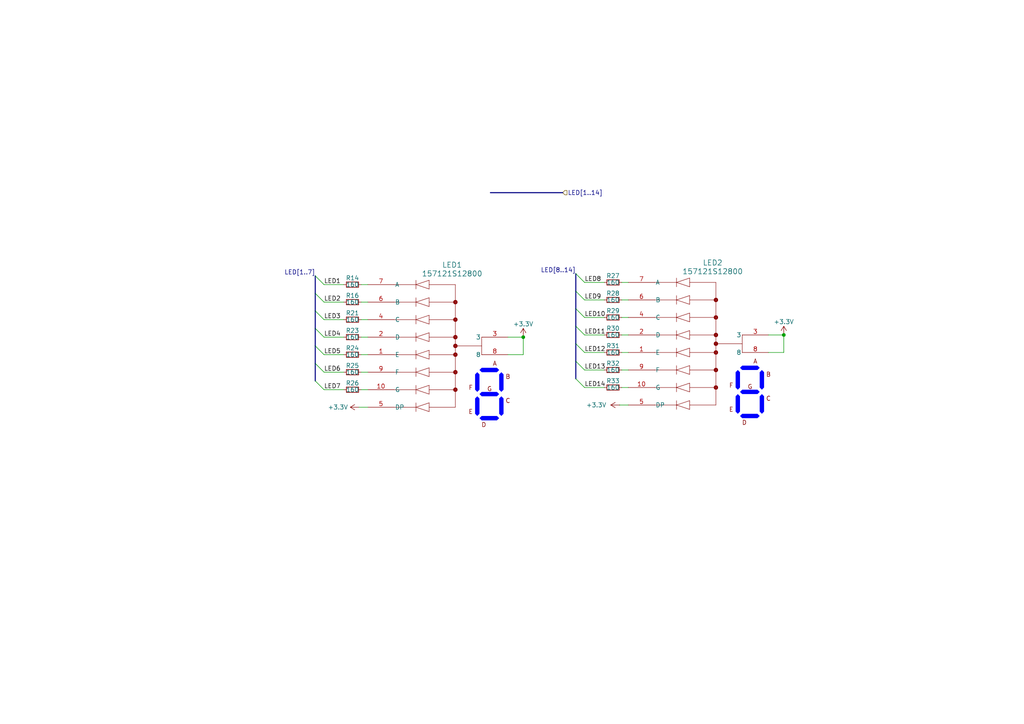
<source format=kicad_sch>
(kicad_sch (version 20231120) (generator "eeschema") (generator_version "8.0")
  (paper "A4")
  (lib_symbols
    (symbol "Device:R_Small" (pin_numbers hide) (pin_names (offset 0.254) hide)
      (property "Reference" "R" (at 0.762 0.508 0))
      (property "Value" "R_Small" (at 0.762 -1.016 0))
      (symbol "R_Small_0_1"
        (rectangle (start -0.762 1.778) (end 0.762 -1.778) (stroke (width 0.2032)))
      )
      (symbol "R_Small_1_1"
        (pin passive line (at 0 2.54 270) (length 0.762) (name "~") (number "1"))
        (pin passive line (at 0 -2.54 90) (length 0.762) (name "~") (number "2"))
      )
    )
    (symbol "power:+3.3V" (power) (pin_numbers hide) (pin_names (offset 0) hide)
      (property "Value" "+3.3V" (at 0 3.556 0))
      (symbol "+3.3V_0_1"
        (polyline (pts (xy -0.762 1.27) (xy 0 2.54)))
        (polyline (pts (xy 0 0) (xy 0 2.54)))
        (polyline (pts (xy 0 2.54) (xy 0.762 1.27)))
      )
      (symbol "+3.3V_1_1"
        (pin power_in line (at 0 0 90) (length 0) (name "~") (number "1"))
      )
    )
    (symbol "utsvt-misc:157112B12800" (pin_names (offset 0.254))
      (property "Reference" "LED" (at 20.32 7.62 0))
      (property "Value" "157112B12800" (at 20.32 5.08 0))
      (symbol "157112B12800_0_1"
        (polyline (pts (xy 13.97 -36.83) (xy 13.97 -34.29)) (stroke (width 0.127)))
        (polyline (pts (xy 13.97 -35.56) (xy 7.62 -35.56)) (stroke (width 0.127)))
        (polyline (pts (xy 13.97 -35.56) (xy 17.78 -36.83)) (stroke (width 0.127)))
        (polyline (pts (xy 13.97 -35.56) (xy 17.78 -34.29)) (stroke (width 0.127)))
        (polyline (pts (xy 13.97 -31.75) (xy 13.97 -29.21)) (stroke (width 0.127)))
        (polyline (pts (xy 13.97 -30.48) (xy 7.62 -30.48)) (stroke (width 0.127)))
        (polyline (pts (xy 13.97 -30.48) (xy 17.78 -31.75)) (stroke (width 0.127)))
        (polyline (pts (xy 13.97 -30.48) (xy 17.78 -29.21)) (stroke (width 0.127)))
        (polyline (pts (xy 13.97 -26.67) (xy 13.97 -24.13)) (stroke (width 0.127)))
        (polyline (pts (xy 13.97 -25.4) (xy 7.62 -25.4)) (stroke (width 0.127)))
        (polyline (pts (xy 13.97 -25.4) (xy 17.78 -26.67)) (stroke (width 0.127)))
        (polyline (pts (xy 13.97 -25.4) (xy 17.78 -24.13)) (stroke (width 0.127)))
        (polyline (pts (xy 13.97 -21.59) (xy 13.97 -19.05)) (stroke (width 0.127)))
        (polyline (pts (xy 13.97 -20.32) (xy 7.62 -20.32)) (stroke (width 0.127)))
        (polyline (pts (xy 13.97 -20.32) (xy 17.78 -21.59)) (stroke (width 0.127)))
        (polyline (pts (xy 13.97 -20.32) (xy 17.78 -19.05)) (stroke (width 0.127)))
        (polyline (pts (xy 13.97 -16.51) (xy 13.97 -13.97)) (stroke (width 0.127)))
        (polyline (pts (xy 13.97 -15.24) (xy 7.62 -15.24)) (stroke (width 0.127)))
        (polyline (pts (xy 13.97 -15.24) (xy 17.78 -16.51)) (stroke (width 0.127)))
        (polyline (pts (xy 13.97 -15.24) (xy 17.78 -13.97)) (stroke (width 0.127)))
        (polyline (pts (xy 13.97 -11.43) (xy 13.97 -8.89)) (stroke (width 0.127)))
        (polyline (pts (xy 13.97 -10.16) (xy 7.62 -10.16)) (stroke (width 0.127)))
        (polyline (pts (xy 13.97 -10.16) (xy 17.78 -11.43)) (stroke (width 0.127)))
        (polyline (pts (xy 13.97 -10.16) (xy 17.78 -8.89)) (stroke (width 0.127)))
        (polyline (pts (xy 13.97 -6.35) (xy 13.97 -3.81)) (stroke (width 0.127)))
        (polyline (pts (xy 13.97 -5.08) (xy 7.62 -5.08)) (stroke (width 0.127)))
        (polyline (pts (xy 13.97 -5.08) (xy 17.78 -6.35)) (stroke (width 0.127)))
        (polyline (pts (xy 13.97 -5.08) (xy 17.78 -3.81)) (stroke (width 0.127)))
        (polyline (pts (xy 13.97 -1.27) (xy 13.97 1.27)) (stroke (width 0.127)))
        (polyline (pts (xy 13.97 0) (xy 7.62 0)) (stroke (width 0.127)))
        (polyline (pts (xy 13.97 0) (xy 17.78 -1.27)) (stroke (width 0.127)))
        (polyline (pts (xy 13.97 0) (xy 17.78 1.27)) (stroke (width 0.127)))
        (polyline (pts (xy 17.78 -36.83) (xy 17.78 -34.29)) (stroke (width 0.127)))
        (polyline (pts (xy 17.78 -31.75) (xy 17.78 -29.21)) (stroke (width 0.127)))
        (polyline (pts (xy 17.78 -26.67) (xy 17.78 -24.13)) (stroke (width 0.127)))
        (polyline (pts (xy 17.78 -21.59) (xy 17.78 -19.05)) (stroke (width 0.127)))
        (polyline (pts (xy 17.78 -16.51) (xy 17.78 -13.97)) (stroke (width 0.127)))
        (polyline (pts (xy 17.78 -11.43) (xy 17.78 -8.89)) (stroke (width 0.127)))
        (polyline (pts (xy 17.78 -6.35) (xy 17.78 -3.81)) (stroke (width 0.127)))
        (polyline (pts (xy 17.78 -1.27) (xy 17.78 1.27)) (stroke (width 0.127)))
        (polyline (pts (xy 25.4 -35.56) (xy 17.78 -35.56)) (stroke (width 0.127)))
        (polyline (pts (xy 25.4 -35.56) (xy 25.4 0)) (stroke (width 0.127)))
        (polyline (pts (xy 25.4 -30.48) (xy 17.78 -30.48)) (stroke (width 0.127)))
        (polyline (pts (xy 25.4 -25.4) (xy 17.78 -25.4)) (stroke (width 0.127)))
        (polyline (pts (xy 25.4 -20.32) (xy 17.78 -20.32)) (stroke (width 0.127)))
        (polyline (pts (xy 25.4 -15.24) (xy 17.78 -15.24)) (stroke (width 0.127)))
        (polyline (pts (xy 25.4 -10.16) (xy 17.78 -10.16)) (stroke (width 0.127)))
        (polyline (pts (xy 25.4 -5.08) (xy 17.78 -5.08)) (stroke (width 0.127)))
        (polyline (pts (xy 25.4 0) (xy 17.78 0)) (stroke (width 0.127)))
        (polyline (pts (xy 33.02 -17.78) (xy 25.4 -17.78)) (stroke (width 0.127)))
        (polyline (pts (xy 33.02 -17.78) (xy 33.02 -20.32)) (stroke (width 0.127)))
        (polyline (pts (xy 33.02 -17.78) (xy 33.02 -15.24)) (stroke (width 0.127)))
        (circle (center 25.4 -30.48) (radius 0.127) (stroke (width 0.508)))
        (circle (center 25.4 -25.4) (radius 0.127) (stroke (width 0.508)))
        (circle (center 25.4 -20.32) (radius 0.127) (stroke (width 0.508)))
        (circle (center 25.4 -17.78) (radius 0.127) (stroke (width 0.508)))
        (circle (center 25.4 -15.24) (radius 0.127) (stroke (width 0.508)))
        (circle (center 25.4 -10.16) (radius 0.127) (stroke (width 0.508)))
        (circle (center 25.4 -5.08) (radius 0.127) (stroke (width 0.508)))
        (pin unspecified line (at 0 -20.32 0) (length 7.62) (name "E") (number "1"))
        (pin unspecified line (at 0 -30.48 0) (length 7.62) (name "G") (number "10"))
        (pin unspecified line (at 0 -15.24 0) (length 7.62) (name "D") (number "2"))
        (pin unspecified line (at 40.64 -15.24 180) (length 7.62) (name "3") (number "3"))
        (pin unspecified line (at 0 -10.16 0) (length 7.62) (name "C") (number "4"))
        (pin unspecified line (at 0 -35.56 0) (length 7.62) (name "DP") (number "5"))
        (pin unspecified line (at 0 -5.08 0) (length 7.62) (name "B") (number "6"))
        (pin unspecified line (at 0 0 0) (length 7.62) (name "A") (number "7"))
        (pin unspecified line (at 40.64 -20.32 180) (length 7.62) (name "8") (number "8"))
        (pin unspecified line (at 0 -25.4 0) (length 7.62) (name "F") (number "9"))
      )
      (symbol "157112B12800_1_1"
        (polyline (pts (xy 32.385 -33.02) (xy 31.75 -32.385) (xy 31.115 -33.02) (xy 31.115 -37.465) (xy 31.75 -38.1) (xy 32.385 -37.465) (xy 32.385 -33.02)) (stroke (width -0.0001)) (fill (type color) (color 0 0 255 1)))
        (polyline (pts (xy 32.385 -26.035) (xy 31.75 -25.4) (xy 31.115 -26.035) (xy 31.115 -30.48) (xy 31.75 -31.115) (xy 32.385 -30.48) (xy 32.385 -26.035)) (stroke (width -0.0001)) (fill (type color) (color 0 0 255 1)))
        (polyline (pts (xy 33.02 -24.13) (xy 32.385 -24.765) (xy 33.02 -25.4) (xy 37.465 -25.4) (xy 38.1 -24.765) (xy 37.465 -24.13) (xy 33.02 -24.13)) (stroke (width -0.0001)) (fill (type color) (color 0 0 255 1)))
        (polyline (pts (xy 37.465 -39.37) (xy 38.1 -38.735) (xy 37.465 -38.1) (xy 33.02 -38.1) (xy 32.385 -38.735) (xy 33.02 -39.37) (xy 37.465 -39.37)) (stroke (width -0.0001)) (fill (type color) (color 0 0 255 1)))
        (polyline (pts (xy 37.465 -32.385) (xy 38.1 -31.75) (xy 37.465 -31.115) (xy 33.02 -31.115) (xy 32.385 -31.75) (xy 33.02 -32.385) (xy 37.465 -32.385)) (stroke (width -0.0001)) (fill (type color) (color 0 0 255 1)))
        (polyline (pts (xy 38.1 -37.465) (xy 38.735 -38.1) (xy 39.37 -37.465) (xy 39.37 -33.02) (xy 38.735 -32.385) (xy 38.1 -33.02) (xy 38.1 -37.465)) (stroke (width -0.0001)) (fill (type color) (color 0 0 255 1)))
        (polyline (pts (xy 38.1 -30.48) (xy 38.735 -31.115) (xy 39.37 -30.48) (xy 39.37 -26.035) (xy 38.735 -25.4) (xy 38.1 -26.035) (xy 38.1 -30.48)) (stroke (width -0.0001)) (fill (type color) (color 0 0 255 1)))
        (text "A" (at 36.83 -22.86 0) (effects (font (size 1.27 1.27))))
        (text "B" (at 40.64 -26.67 0) (effects (font (size 1.27 1.27))))
        (text "C" (at 40.64 -33.655 0) (effects (font (size 1.27 1.27))))
        (text "D" (at 33.655 -40.64 0) (effects (font (size 1.27 1.27))))
        (text "E" (at 29.845 -36.83 0) (effects (font (size 1.27 1.27))))
        (text "F" (at 29.845 -29.845 0) (effects (font (size 1.27 1.27))))
        (text "G" (at 35.306 -30.226 0) (effects (font (size 1.27 1.27))))
      )
    )
  )
  (junction (at 227.33 97.155))
  (junction (at 151.765 97.79))
  (bus_entry (at 167.005 104.775) (size 2.54 2.54))
  (bus_entry (at 91.44 85.09) (size 2.54 2.54))
  (bus_entry (at 91.44 95.25) (size 2.54 2.54))
  (bus_entry (at 167.005 99.695) (size 2.54 2.54))
  (bus_entry (at 91.44 110.49) (size 2.54 2.54))
  (bus_entry (at 167.005 109.855) (size 2.54 2.54))
  (bus_entry (at 167.005 89.535) (size 2.54 2.54))
  (bus_entry (at 91.44 100.33) (size 2.54 2.54))
  (bus_entry (at 167.005 84.455) (size 2.54 2.54))
  (bus_entry (at 91.44 80.01) (size 2.54 2.54))
  (bus_entry (at 167.005 79.375) (size 2.54 2.54))
  (bus_entry (at 91.44 105.41) (size 2.54 2.54))
  (bus_entry (at 167.005 94.615) (size 2.54 2.54))
  (bus_entry (at 91.44 90.17) (size 2.54 2.54))
  (wire (pts (xy 104.775 87.63) (xy 106.68 87.63)))
  (wire (pts (xy 180.34 107.315) (xy 182.245 107.315)))
  (wire (pts (xy 180.34 102.235) (xy 182.245 102.235)))
  (wire (pts (xy 93.98 82.55) (xy 99.695 82.55)))
  (wire (pts (xy 104.775 97.79) (xy 106.68 97.79)))
  (bus (pts (xy 167.005 99.695) (xy 167.005 104.775)))
  (wire (pts (xy 147.32 97.79) (xy 151.765 97.79)))
  (wire (pts (xy 104.775 107.95) (xy 106.68 107.95)))
  (wire (pts (xy 180.34 92.075) (xy 182.245 92.075)))
  (bus (pts (xy 167.005 89.535) (xy 167.005 94.615)))
  (wire (pts (xy 169.545 86.995) (xy 175.26 86.995)))
  (wire (pts (xy 147.32 102.87) (xy 151.765 102.87)))
  (wire (pts (xy 222.885 102.235) (xy 227.33 102.235)))
  (wire (pts (xy 180.34 112.395) (xy 182.245 112.395)))
  (wire (pts (xy 169.545 107.315) (xy 175.26 107.315)))
  (wire (pts (xy 180.34 97.155) (xy 182.245 97.155)))
  (wire (pts (xy 93.98 92.71) (xy 99.695 92.71)))
  (bus (pts (xy 91.44 90.17) (xy 91.44 95.25)))
  (wire (pts (xy 93.98 97.79) (xy 99.695 97.79)))
  (wire (pts (xy 180.34 81.915) (xy 182.245 81.915)))
  (wire (pts (xy 93.98 102.87) (xy 99.695 102.87)))
  (wire (pts (xy 151.765 97.79) (xy 151.765 102.87)))
  (wire (pts (xy 93.98 87.63) (xy 99.695 87.63)))
  (bus (pts (xy 142.24 55.88) (xy 163.195 55.88)))
  (wire (pts (xy 180.34 86.995) (xy 182.245 86.995)))
  (wire (pts (xy 93.98 113.03) (xy 99.695 113.03)))
  (wire (pts (xy 169.545 81.915) (xy 175.26 81.915)))
  (wire (pts (xy 93.98 107.95) (xy 99.695 107.95)))
  (wire (pts (xy 227.33 97.155) (xy 227.33 102.235)))
  (bus (pts (xy 91.44 105.41) (xy 91.44 110.49)))
  (bus (pts (xy 91.44 80.01) (xy 91.44 85.09)))
  (bus (pts (xy 167.005 104.775) (xy 167.005 109.855)))
  (wire (pts (xy 104.775 82.55) (xy 106.68 82.55)))
  (wire (pts (xy 104.775 113.03) (xy 106.68 113.03)))
  (bus (pts (xy 91.44 85.09) (xy 91.44 90.17)))
  (wire (pts (xy 169.545 102.235) (xy 175.26 102.235)))
  (bus (pts (xy 167.005 79.375) (xy 167.005 84.455)))
  (bus (pts (xy 91.44 95.25) (xy 91.44 100.33)))
  (wire (pts (xy 104.775 92.71) (xy 106.68 92.71)))
  (bus (pts (xy 167.005 84.455) (xy 167.005 89.535)))
  (wire (pts (xy 179.705 117.475) (xy 182.245 117.475)))
  (bus (pts (xy 91.44 100.33) (xy 91.44 105.41)))
  (wire (pts (xy 169.545 112.395) (xy 175.26 112.395)))
  (wire (pts (xy 104.775 102.87) (xy 106.68 102.87)))
  (bus (pts (xy 167.005 94.615) (xy 167.005 99.695)))
  (wire (pts (xy 169.545 92.075) (xy 175.26 92.075)))
  (wire (pts (xy 104.14 118.11) (xy 106.68 118.11)))
  (wire (pts (xy 169.545 97.155) (xy 175.26 97.155)))
  (wire (pts (xy 222.885 97.155) (xy 227.33 97.155)))
  (label "LED4" (at 93.98 97.79 0))
  (label "LED2" (at 93.98 87.63 0))
  (label "LED8" (at 169.545 81.915 0))
  (label "LED3" (at 93.98 92.71 0))
  (label "LED9" (at 169.545 86.995 0))
  (label "LED[1..7]" (at 91.44 80.01 180))
  (label "LED10" (at 169.545 92.075 0))
  (label "LED14" (at 169.545 112.395 0))
  (label "LED13" (at 169.545 107.315 0))
  (label "LED7" (at 93.98 113.03 0))
  (label "LED11" (at 169.545 97.155 0))
  (label "LED5" (at 93.98 102.87 0))
  (label "LED12" (at 169.545 102.235 0))
  (label "LED6" (at 93.98 107.95 0))
  (label "LED1" (at 93.98 82.55 0))
  (label "LED[8..14]" (at 167.005 79.375 180))
  (hierarchical_label "LED[1..14]" (shape input) (at 163.195 55.88 0))
  (symbol (lib_id "Device:R_Small") (at 177.8 102.235 90) (unit 1)
    (property "Reference" "R31" (at 177.8 100.33 90))
    (property "Value" "160" (at 177.8 102.235 90))
    (property "Footprint" "Resistor_SMD:R_0805_2012Metric" (effects (hide yes)))
    (property "Description" "Resistor, small symbol" (effects (hide yes)))
    (property "Mouser Part Number" "755-SDR10EZPJ161" (effects (hide yes)))
    (property "P/N" "SDR10EZPJ161" (effects (hide yes)))
  )
  (symbol (lib_id "utsvt-misc:157112B12800") (at 182.245 81.915 0) (unit 1)
    (property "Reference" "LED2" (at 206.6965 76.2 0) (effects (font (size 1.524 1.524))))
    (property "Value" "157121S12800" (at 206.6965 78.74 0) (effects (font (size 1.524 1.524))))
    (property "Footprint" "UTSVT_Special:SMT_1S12800_WRE" (effects (hide yes)))
    (property "Datasheet" "https://www.we-online.com/components/products/datasheet/157121S12800.pdf" (effects (hide yes)))
    (property "Description" "7 Segment Display, Blue, Common Anode" (effects (hide yes)))
    (property "P/N" "157121S12800" (effects (hide yes)))
  )
  (symbol (lib_id "power:+3.3V") (at 227.33 97.155 0) (unit 1)
    (property "Reference" "#PWR09" (effects (hide yes)))
    (property "Value" "+3.3V" (at 227.33 93.345 0))
    (property "Description" "Power symbol creates a global label with name \"+3.3V\"" (effects (hide yes)))
    (instances (project "LeaderSOM" (path "" (reference "#PWR09") (unit 1))) (project "BPS-PeripheralSOM" (path "" (reference "#PWR02") (unit 1))))
  )
  (symbol (lib_id "Device:R_Small") (at 102.235 87.63 90) (unit 1)
    (property "Reference" "R16" (at 102.235 85.725 90))
    (property "Value" "160" (at 102.235 87.63 90))
    (property "Footprint" "Resistor_SMD:R_0805_2012Metric" (effects (hide yes)))
    (property "Description" "Resistor, small symbol" (effects (hide yes)))
    (property "Mouser Part Number" "755-SDR10EZPJ161" (effects (hide yes)))
    (property "P/N" "SDR10EZPJ161" (effects (hide yes)))
  )
  (symbol (lib_id "Device:R_Small") (at 102.235 97.79 90) (unit 1)
    (property "Reference" "R23" (at 102.235 95.885 90))
    (property "Value" "160" (at 102.235 97.79 90))
    (property "Footprint" "Resistor_SMD:R_0805_2012Metric" (effects (hide yes)))
    (property "Description" "Resistor, small symbol" (effects (hide yes)))
    (property "Mouser Part Number" "755-SDR10EZPJ161" (effects (hide yes)))
    (property "P/N" "SDR10EZPJ161" (effects (hide yes)))
  )
  (symbol (lib_id "Device:R_Small") (at 102.235 92.71 90) (unit 1)
    (property "Reference" "R21" (at 102.235 90.805 90))
    (property "Value" "160" (at 102.235 92.71 90))
    (property "Footprint" "Resistor_SMD:R_0805_2012Metric" (effects (hide yes)))
    (property "Description" "Resistor, small symbol" (effects (hide yes)))
    (property "Mouser Part Number" "755-SDR10EZPJ161" (effects (hide yes)))
    (property "P/N" "SDR10EZPJ161" (effects (hide yes)))
  )
  (symbol (lib_id "Device:R_Small") (at 102.235 107.95 90) (unit 1)
    (property "Reference" "R25" (at 102.235 106.045 90))
    (property "Value" "160" (at 102.235 107.95 90))
    (property "Footprint" "Resistor_SMD:R_0805_2012Metric" (effects (hide yes)))
    (property "Description" "Resistor, small symbol" (effects (hide yes)))
    (property "Mouser Part Number" "755-SDR10EZPJ161" (effects (hide yes)))
    (property "P/N" "SDR10EZPJ161" (effects (hide yes)))
  )
  (symbol (lib_id "Device:R_Small") (at 102.235 82.55 90) (unit 1)
    (property "Reference" "R14" (at 102.235 80.645 90))
    (property "Value" "160" (at 102.235 82.55 90))
    (property "Footprint" "Resistor_SMD:R_0805_2012Metric" (effects (hide yes)))
    (property "Description" "Resistor, small symbol" (effects (hide yes)))
    (property "Mouser Part Number" "755-SDR10EZPJ161" (effects (hide yes)))
    (property "P/N" "SDR10EZPJ161" (effects (hide yes)))
  )
  (symbol (lib_id "Device:R_Small") (at 177.8 107.315 90) (unit 1)
    (property "Reference" "R32" (at 177.8 105.41 90))
    (property "Value" "160" (at 177.8 107.315 90))
    (property "Footprint" "Resistor_SMD:R_0805_2012Metric" (effects (hide yes)))
    (property "Description" "Resistor, small symbol" (effects (hide yes)))
    (property "Mouser Part Number" "755-SDR10EZPJ161" (effects (hide yes)))
    (property "P/N" "SDR10EZPJ161" (effects (hide yes)))
  )
  (symbol (lib_id "power:+3.3V") (at 151.765 97.79 0) (unit 1)
    (property "Reference" "#PWR047" (effects (hide yes)))
    (property "Value" "+3.3V" (at 151.765 93.98 0))
    (property "Description" "Power symbol creates a global label with name \"+3.3V\"" (effects (hide yes)))
    (instances (project "LeaderSOM" (path "" (reference "#PWR047") (unit 1))) (project "BPS-PeripheralSOM" (path "" (reference "#PWR02") (unit 1))))
  )
  (symbol (lib_id "utsvt-misc:157112B12800") (at 106.68 82.55 0) (unit 1)
    (property "Reference" "LED1" (at 131.1315 76.835 0) (effects (font (size 1.524 1.524))))
    (property "Value" "157121S12800" (at 131.1315 79.375 0) (effects (font (size 1.524 1.524))))
    (property "Footprint" "UTSVT_Special:SMT_1S12800_WRE" (effects (hide yes)))
    (property "Datasheet" "https://www.we-online.com/components/products/datasheet/157121S12800.pdf" (effects (hide yes)))
    (property "Description" "7 Segment Display, Blue, Common Anode" (effects (hide yes)))
    (property "P/N" "157121S12800" (effects (hide yes)))
  )
  (symbol (lib_id "power:+3.3V") (at 179.705 117.475 90) (unit 1)
    (property "Reference" "#PWR05" (effects (hide yes)))
    (property "Value" "+3.3V" (at 175.895 117.475 90) (effects (justify left)))
    (property "Description" "Power symbol creates a global label with name \"+3.3V\"" (effects (hide yes)))
    (instances (project "LeaderSOM" (path "" (reference "#PWR05") (unit 1))) (project "BPS-PeripheralSOM" (path "" (reference "#PWR02") (unit 1))))
  )
  (symbol (lib_id "Device:R_Small") (at 177.8 86.995 90) (unit 1)
    (property "Reference" "R28" (at 177.8 85.09 90))
    (property "Value" "160" (at 177.8 86.995 90))
    (property "Footprint" "Resistor_SMD:R_0805_2012Metric" (effects (hide yes)))
    (property "Description" "Resistor, small symbol" (effects (hide yes)))
    (property "Mouser Part Number" "755-SDR10EZPJ161" (effects (hide yes)))
    (property "P/N" "SDR10EZPJ161" (effects (hide yes)))
  )
  (symbol (lib_id "Device:R_Small") (at 177.8 92.075 90) (unit 1)
    (property "Reference" "R29" (at 177.8 90.17 90))
    (property "Value" "160" (at 177.8 92.075 90))
    (property "Footprint" "Resistor_SMD:R_0805_2012Metric" (effects (hide yes)))
    (property "Description" "Resistor, small symbol" (effects (hide yes)))
    (property "Mouser Part Number" "755-SDR10EZPJ161" (effects (hide yes)))
    (property "P/N" "SDR10EZPJ161" (effects (hide yes)))
  )
  (symbol (lib_id "Device:R_Small") (at 177.8 112.395 90) (unit 1)
    (property "Reference" "R33" (at 177.8 110.49 90))
    (property "Value" "160" (at 177.8 112.395 90))
    (property "Footprint" "Resistor_SMD:R_0805_2012Metric" (effects (hide yes)))
    (property "Description" "Resistor, small symbol" (effects (hide yes)))
    (property "Mouser Part Number" "755-SDR10EZPJ161" (effects (hide yes)))
    (property "P/N" "SDR10EZPJ161" (effects (hide yes)))
  )
  (symbol (lib_id "Device:R_Small") (at 177.8 97.155 90) (unit 1)
    (property "Reference" "R30" (at 177.8 95.25 90))
    (property "Value" "160" (at 177.8 97.155 90))
    (property "Footprint" "Resistor_SMD:R_0805_2012Metric" (effects (hide yes)))
    (property "Description" "Resistor, small symbol" (effects (hide yes)))
    (property "Mouser Part Number" "755-SDR10EZPJ161" (effects (hide yes)))
    (property "P/N" "SDR10EZPJ161" (effects (hide yes)))
  )
  (symbol (lib_id "Device:R_Small") (at 102.235 102.87 90) (unit 1)
    (property "Reference" "R24" (at 102.235 100.965 90))
    (property "Value" "160" (at 102.235 102.87 90))
    (property "Footprint" "Resistor_SMD:R_0805_2012Metric" (effects (hide yes)))
    (property "Description" "Resistor, small symbol" (effects (hide yes)))
    (property "Mouser Part Number" "755-SDR10EZPJ161" (effects (hide yes)))
    (property "P/N" "SDR10EZPJ161" (effects (hide yes)))
  )
  (symbol (lib_id "Device:R_Small") (at 102.235 113.03 90) (unit 1)
    (property "Reference" "R26" (at 102.235 111.125 90))
    (property "Value" "160" (at 102.235 113.03 90))
    (property "Footprint" "Resistor_SMD:R_0805_2012Metric" (effects (hide yes)))
    (property "Description" "Resistor, small symbol" (effects (hide yes)))
    (property "Mouser Part Number" "755-SDR10EZPJ161" (effects (hide yes)))
    (property "P/N" "SDR10EZPJ161" (effects (hide yes)))
  )
  (symbol (lib_id "Device:R_Small") (at 177.8 81.915 90) (unit 1)
    (property "Reference" "R27" (at 177.8 80.01 90))
    (property "Value" "160" (at 177.8 81.915 90))
    (property "Footprint" "Resistor_SMD:R_0805_2012Metric" (effects (hide yes)))
    (property "Description" "Resistor, small symbol" (effects (hide yes)))
    (property "Mouser Part Number" "755-SDR10EZPJ161" (effects (hide yes)))
    (property "P/N" "SDR10EZPJ161" (effects (hide yes)))
  )
  (symbol (lib_id "power:+3.3V") (at 104.14 118.11 90) (unit 1)
    (property "Reference" "#PWR040" (effects (hide yes)))
    (property "Value" "+3.3V" (at 100.965 118.11 90) (effects (justify left)))
    (property "Description" "Power symbol creates a global label with name \"+3.3V\"" (effects (hide yes)))
    (instances (project "LeaderSOM" (path "" (reference "#PWR040") (unit 1))) (project "BPS-PeripheralSOM" (path "" (reference "#PWR02") (unit 1))))
  )
)
</source>
